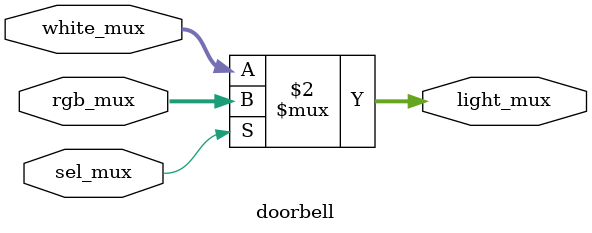
<source format=v>

`timescale 1ns / 100ps

module doorbell(
    //Todo: define inputs here
	input [23:0] rgb_mux,
	input [23:0] white_mux,
	input sel_mux,
	output [23:0] light_mux

    );
    
    //Todo: define registers and wires here

	wire out;
    //Todo: define your logic here                 
      assign light_mux = (sel_mux==0) ? white_mux : rgb_mux;
endmodule

</source>
